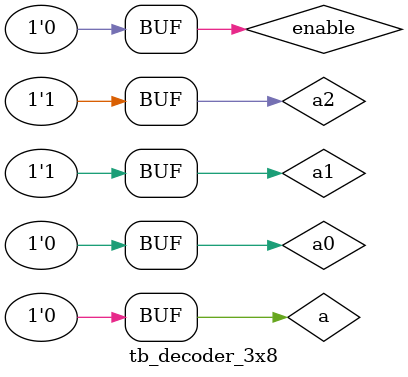
<source format=v>
module decoder_3x8(d,a2,a1,a0,enable);
  input a0,a1,a2;
  input enable;
  output [7:0]d;
  and 
      G0(d[0],!enable,!a0,!a1,!a2),
      G1(d[1],!enable,a0,!a1,!a2),
      G2(d[2],!enable,!a0,a1,!a2),
      G3(d[3],!enable,a0,a1,!a2),
      G4(d[4],!enable,!a0,!a1,a2),
      G5(d[5],!enable,a0,!a1,a2),
      G6(d[6],!enable,!a0,a1,a2),
      G7(d[7],!enable,a0,a1,a2);
  
  endmodule

module tb_decoder_3x8;
  // 1. Declare testbench variables
   reg a0,a1,a2,enable;
   wire [7:0]d;
   wire a;

    assign a={a2,a1,a0};
  // 2. Instantiate the design and connect to testbench variables
  decoder_3x8 d1(d,a2,a1,a0,enable);
  // 3. Provide stimulus to test the design
   initial begin
      a0 <= 0;
      a1<= 0;
      a2<= 0;
      enable<=0;
   
    $monitor ("a=3b%0b%0b%0b d6 is %b ", a2,a1,a0,d[6]);

    // Use a for loop to apply random values to the input
      // for (i = 0; i < 5; i = i+1) begin
         #10 a0 <=1'b1;
             a1 <= 1'b0;
             a2 <= 1'b0;
         #10 a0 <=1'b1;
             a1 <= 1'b0;
             a2 <= 1'b1;
         #10 a0 <=1'b0;
             a1 <= 1'b1;
             a2 <= 1'b1;    
      // end
   end

endmodule


</source>
